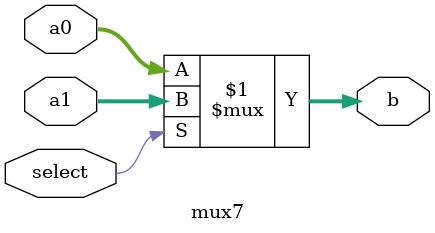
<source format=v>
`timescale 1ns / 1ps
module mux7(
    input select,
    input [6:0] a0,
    input [6:0] a1,
    output wire [6:0] b
    );
	assign b =( select )?  a1 : a0 ;
endmodule

</source>
